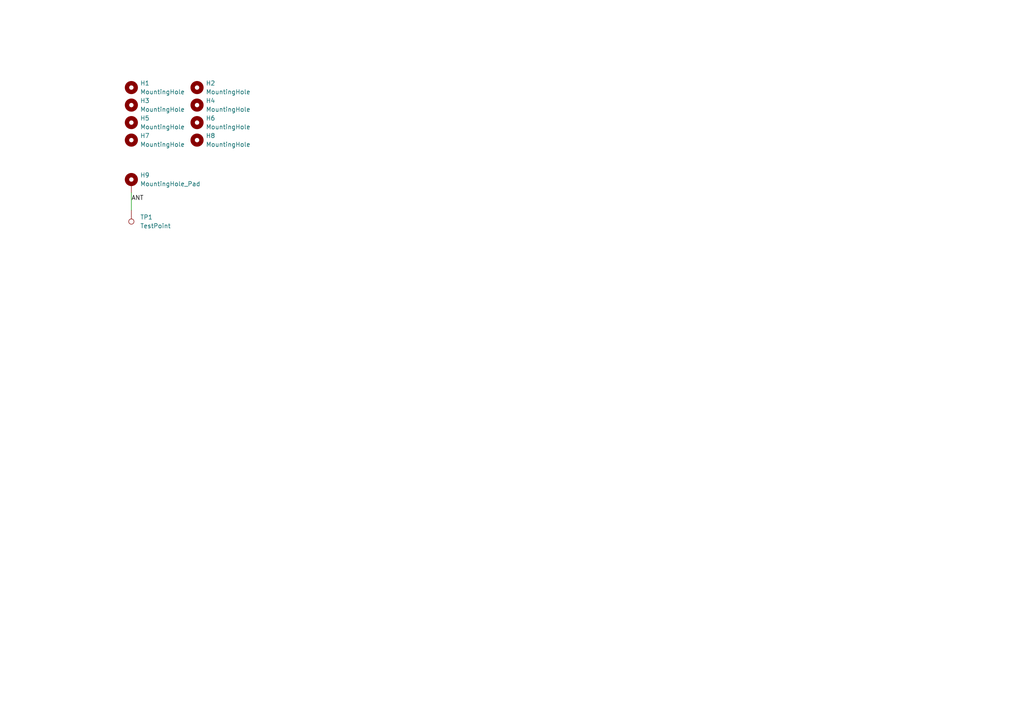
<source format=kicad_sch>
(kicad_sch (version 20211123) (generator eeschema)
  (paper "A4")
  (lib_symbols
    (symbol "Connector:TestPoint" (pin_numbers hide) (pin_names (offset 0.762) hide)
      (property "Reference" "TP" (at 0 6.858 0))
      (property "Value" "TestPoint" (at 0 5.08 0))
      (symbol "TestPoint_0_1"
        (circle (center 0 3.302) (radius 0.762))
      )
      (symbol "TestPoint_1_1"
        (pin passive line (at 0 0 90) (length 2.54) (name "1") (number "1"))
      )
    )
    (symbol "Mechanical:MountingHole" (pin_names (offset 1.016))
      (property "Reference" "H" (at 0 5.08 0))
      (property "Value" "MountingHole" (at 0 3.175 0))
      (symbol "MountingHole_0_1"
        (circle (center 0 0) (radius 1.27) (stroke (width 1.27)))
      )
    )
    (symbol "Mechanical:MountingHole_Pad" (pin_numbers hide) (pin_names (offset 1.016) hide)
      (property "Reference" "H" (at 0 6.35 0))
      (property "Value" "MountingHole_Pad" (at 0 4.445 0))
      (symbol "MountingHole_Pad_0_1"
        (circle (center 0 1.27) (radius 1.27) (stroke (width 1.27)))
      )
      (symbol "MountingHole_Pad_1_1"
        (pin input line (at 0 -2.54 90) (length 2.54) (name "1") (number "1"))
      )
    )
  )
  (wire (pts (xy 38.1 55.88) (xy 38.1 60.96)))
  (label "ANT" (at 38.1 58.42 0))
  (symbol (lib_id "Mechanical:MountingHole") (at 57.15 25.4 0) (unit 1)
    (property "Reference" "H2" (at 59.69 24.1299 0) (effects (justify left)))
    (property "Value" "MountingHole" (at 59.69 26.6699 0) (effects (justify left)))
    (property "Footprint" "MountingHole:MountingHole_3.2mm_M3" (effects hide))
  )
  (symbol (lib_id "Mechanical:MountingHole") (at 38.1 40.64 0) (unit 1)
    (property "Reference" "H7" (at 40.64 39.3699 0) (effects (justify left)))
    (property "Value" "MountingHole" (at 40.64 41.9099 0) (effects (justify left)))
    (property "Footprint" "MountingHole:MountingHole_3.2mm_M3" (effects hide))
  )
  (symbol (lib_id "Mechanical:MountingHole") (at 38.1 35.56 0) (unit 1)
    (property "Reference" "H5" (at 40.64 34.2899 0) (effects (justify left)))
    (property "Value" "MountingHole" (at 40.64 36.8299 0) (effects (justify left)))
    (property "Footprint" "MountingHole:MountingHole_3.2mm_M3" (effects hide))
  )
  (symbol (lib_id "Mechanical:MountingHole") (at 57.15 40.64 0) (unit 1)
    (property "Reference" "H8" (at 59.69 39.3699 0) (effects (justify left)))
    (property "Value" "MountingHole" (at 59.69 41.9099 0) (effects (justify left)))
    (property "Footprint" "MountingHole:MountingHole_3.2mm_M3" (effects hide))
  )
  (symbol (lib_id "Mechanical:MountingHole") (at 38.1 30.48 0) (unit 1)
    (property "Reference" "H3" (at 40.64 29.2099 0) (effects (justify left)))
    (property "Value" "MountingHole" (at 40.64 31.7499 0) (effects (justify left)))
    (property "Footprint" "MountingHole:MountingHole_3.2mm_M3" (effects hide))
  )
  (symbol (lib_id "Mechanical:MountingHole") (at 57.15 30.48 0) (unit 1)
    (property "Reference" "H4" (at 59.69 29.2099 0) (effects (justify left)))
    (property "Value" "MountingHole" (at 59.69 31.7499 0) (effects (justify left)))
    (property "Footprint" "MountingHole:MountingHole_3.2mm_M3" (effects hide))
  )
  (symbol (lib_id "Mechanical:MountingHole") (at 38.1 25.4 0) (unit 1)
    (property "Reference" "H1" (at 40.64 24.1299 0) (effects (justify left)))
    (property "Value" "MountingHole" (at 40.64 26.6699 0) (effects (justify left)))
    (property "Footprint" "MountingHole:MountingHole_3.2mm_M3" (effects hide))
  )
  (symbol (lib_id "Connector:TestPoint") (at 38.1 60.96 180) (unit 1)
    (property "Reference" "TP1" (at 40.64 62.9919 0) (effects (justify right)))
    (property "Value" "TestPoint" (at 40.64 65.5319 0) (effects (justify right)))
    (property "Footprint" "TestPoint:TestPoint_Keystone_5019_Minature" (effects hide))
  )
  (symbol (lib_id "Mechanical:MountingHole") (at 57.15 35.56 0) (unit 1)
    (property "Reference" "H6" (at 59.69 34.2899 0) (effects (justify left)))
    (property "Value" "MountingHole" (at 59.69 36.8299 0) (effects (justify left)))
    (property "Footprint" "MountingHole:MountingHole_3.2mm_M3" (effects hide))
  )
  (symbol (lib_id "Mechanical:MountingHole_Pad") (at 38.1 53.34 0) (unit 1)
    (property "Reference" "H9" (at 40.64 50.7999 0) (effects (justify left)))
    (property "Value" "MountingHole_Pad" (at 40.64 53.3399 0) (effects (justify left)))
    (property "Footprint" "MountingHole:MountingHole_3.2mm_M3_DIN965_Pad" (effects hide))
  )
)
</source>
